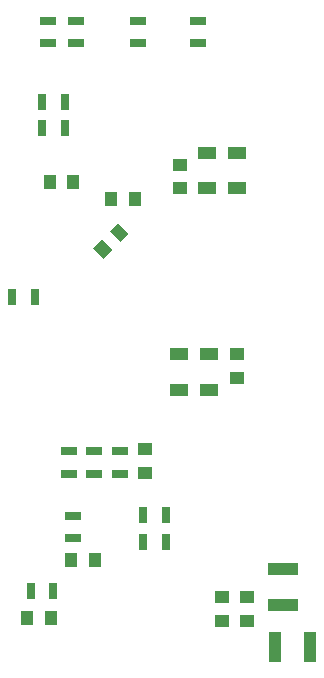
<source format=gbr>
G04 #@! TF.FileFunction,Paste,Bot*
%FSLAX46Y46*%
G04 Gerber Fmt 4.6, Leading zero omitted, Abs format (unit mm)*
G04 Created by KiCad (PCBNEW 4.0.1-2.201512121406+6195~38~ubuntu14.04.1-stable) date Sun 27 Dec 2015 07:04:44 PM CET*
%MOMM*%
G01*
G04 APERTURE LIST*
%ADD10C,0.100000*%
%ADD11R,1.300800X1.050800*%
%ADD12R,1.650800X1.050800*%
%ADD13R,1.050800X1.300800*%
%ADD14R,2.550800X1.050800*%
%ADD15R,1.050800X2.550800*%
%ADD16R,1.350800X0.750800*%
%ADD17R,0.750800X1.350800*%
G04 APERTURE END LIST*
D10*
D11*
X100351790Y-111714023D03*
X100351790Y-109714023D03*
D12*
X97938790Y-112722024D03*
X97938790Y-109722024D03*
X95398790Y-112722023D03*
X95398790Y-109722023D03*
D10*
G36*
X90280719Y-98588277D02*
X91200523Y-99508081D01*
X90457495Y-100251109D01*
X89537691Y-99331305D01*
X90280719Y-98588277D01*
X90280719Y-98588277D01*
G37*
G36*
X88866505Y-100002491D02*
X89786309Y-100922295D01*
X89043281Y-101665323D01*
X88123477Y-100745519D01*
X88866505Y-100002491D01*
X88866505Y-100002491D01*
G37*
D13*
X89678000Y-96570800D03*
X91678000Y-96570800D03*
X84471000Y-95173800D03*
X86471000Y-95173800D03*
D11*
X92583000Y-117745000D03*
X92583000Y-119745000D03*
D13*
X82566000Y-132080000D03*
X84566000Y-132080000D03*
D11*
X101219000Y-130318000D03*
X101219000Y-132318000D03*
X99060000Y-130318000D03*
X99060000Y-132318000D03*
D13*
X88299800Y-127177800D03*
X86299800Y-127177800D03*
D14*
X104267000Y-127913000D03*
X104267000Y-130913000D03*
D15*
X106529000Y-134493000D03*
X103529000Y-134493000D03*
D16*
X91948000Y-81473000D03*
X91948000Y-83373000D03*
X86741000Y-83373000D03*
X86741000Y-81473000D03*
X84328000Y-81473000D03*
X84328000Y-83373000D03*
X97028000Y-83373000D03*
X97028000Y-81473000D03*
D17*
X81295200Y-104876600D03*
X83195200Y-104876600D03*
D16*
X90424000Y-119822000D03*
X90424000Y-117922000D03*
X88265000Y-117922000D03*
X88265000Y-119822000D03*
X86106000Y-117922000D03*
X86106000Y-119822000D03*
X86487000Y-125283000D03*
X86487000Y-123383000D03*
D17*
X84770000Y-129794000D03*
X82870000Y-129794000D03*
X92395000Y-123317000D03*
X94295000Y-123317000D03*
X92395000Y-125603000D03*
X94295000Y-125603000D03*
D11*
X95504000Y-93665800D03*
X95504000Y-95665800D03*
D17*
X83835200Y-90576400D03*
X85735200Y-90576400D03*
X83835200Y-88392000D03*
X85735200Y-88392000D03*
D12*
X97790000Y-92657800D03*
X97790000Y-95657800D03*
X100330000Y-92657800D03*
X100330000Y-95657800D03*
M02*

</source>
